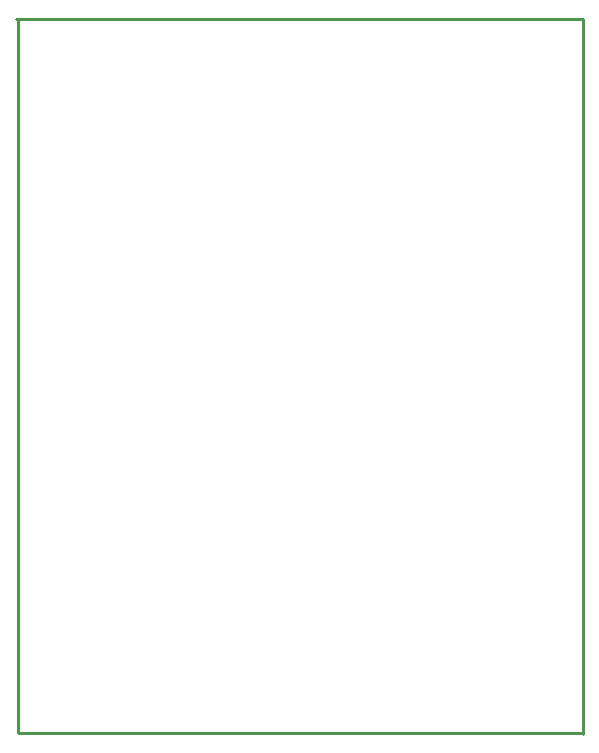
<source format=gm1>
%FSTAX23Y23*%
%MOIN*%
%SFA1B1*%

%IPPOS*%
%ADD12C,0.010000*%
%LNbg_pcb-1*%
%LPD*%
G54D12*
X04392Y01317D02*
Y0365D01*
X04386D02*
X06277D01*
X04392Y0127D02*
X06275D01*
X04392D02*
Y01317D01*
X06277Y01268D02*
Y0365D01*
X04392Y01317D02*
Y0365D01*
X04386D02*
X06277D01*
X04392Y0127D02*
X06275D01*
X04392D02*
Y01317D01*
X06277Y01268D02*
Y0365D01*
M02*
</source>
